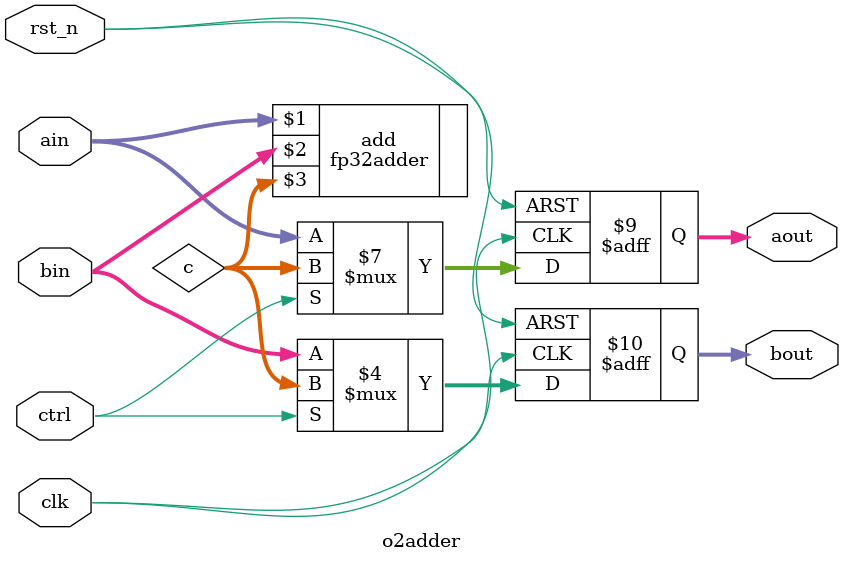
<source format=v>
`timescale 1ns / 1ps

module o2adder(
    input               clk   ,
    input               rst_n ,
    input      [32-1:0] ain   , 
    input      [32-1:0] bin   ,
    output reg [32-1:0] aout  ,
    output reg [32-1:0] bout  ,
    input               ctrl
);

    // combinational logic of FP32 c=ain+bin
    wire [31:0] c;
    fp32adder add(ain,bin,c);

    // output ain+bin at two output ports if ctrl==1, or output ain and bin at two ports.
    always @ (posedge clk or negedge rst_n) begin
        if (~rst_n) begin
            aout <= 0;
            bout <= 0;
        end else if (ctrl) begin
            aout <= c;
            bout <= c;
        end else begin
            aout <= ain;
            bout <= bin;
        end
  end
  
endmodule

</source>
